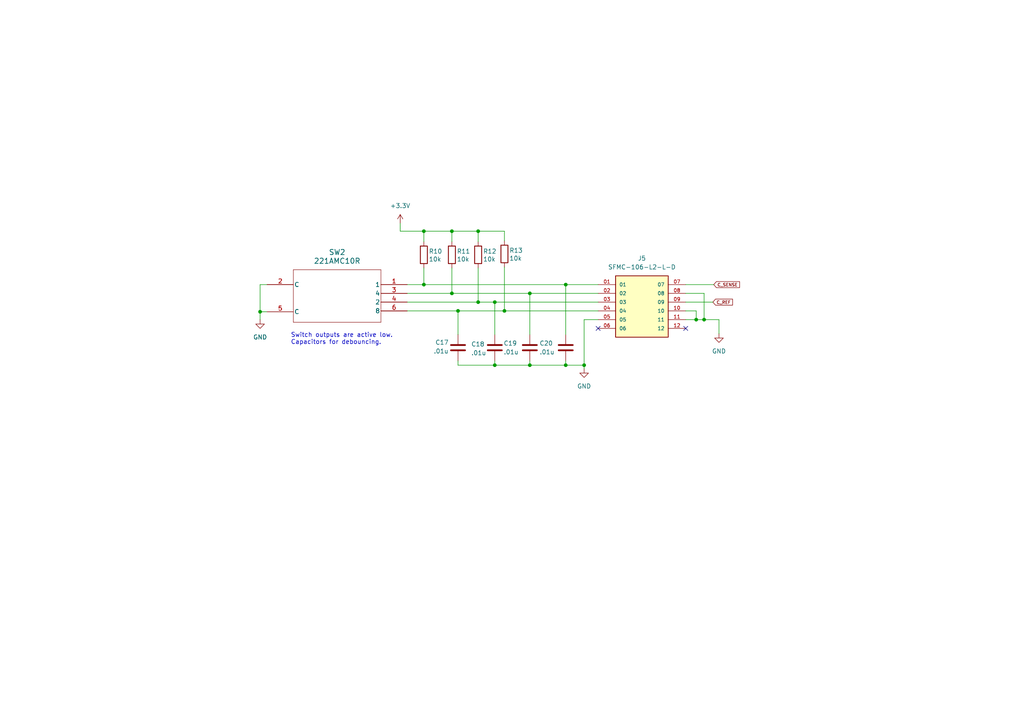
<source format=kicad_sch>
(kicad_sch (version 20230121) (generator eeschema)
  (paper "A4")
  (lib_symbols
    (symbol "2023-06-14_01-00-29:221AMC10R" (pin_names (offset 0.254))
      (property "Reference" "SW1" (at 20.32 10.16 0))
      (property "Value" "221AMC10R" (at 20.32 7.62 0))
      (symbol "221AMC10R_0_1"
        (polyline (pts (xy 7.62 -10.16) (xy 33.02 -10.16)) (stroke (width 0.127)))
        (polyline (pts (xy 7.62 5.08) (xy 7.62 -10.16)) (stroke (width 0.127)))
        (polyline (pts (xy 33.02 -10.16) (xy 33.02 5.08)) (stroke (width 0.127)))
        (polyline (pts (xy 33.02 5.08) (xy 7.62 5.08)) (stroke (width 0.127)))
        (pin unspecified line (at 40.64 0.762 180) (length 7.62) (name "1") (number "1"))
        (pin unspecified line (at 0 0.762 0) (length 7.62) (name "C") (number "2"))
        (pin unspecified line (at 40.64 -1.778 180) (length 7.62) (name "4") (number "3"))
        (pin unspecified line (at 40.64 -4.318 180) (length 7.62) (name "2") (number "4"))
        (pin unspecified line (at 0 -7.112 0) (length 7.62) (name "C") (number "5"))
        (pin unspecified line (at 40.64 -6.858 180) (length 7.62) (name "8") (number "6"))
      )
    )
    (symbol "Device:C" (pin_numbers hide) (pin_names (offset 0.254))
      (property "Reference" "C" (at 0.635 2.54 0))
      (property "Value" "C" (at 0.635 -2.54 0))
      (symbol "C_0_1"
        (polyline (pts (xy -2.032 -0.762) (xy 2.032 -0.762)) (stroke (width 0.508)))
        (polyline (pts (xy -2.032 0.762) (xy 2.032 0.762)) (stroke (width 0.508)))
      )
      (symbol "C_1_1"
        (pin passive line (at 0 3.81 270) (length 2.794) (name "~") (number "1"))
        (pin passive line (at 0 -3.81 90) (length 2.794) (name "~") (number "2"))
      )
    )
    (symbol "Device:R" (pin_numbers hide) (pin_names (offset 0))
      (property "Reference" "R" (at 2.032 0 90))
      (property "Value" "R" (at 0 0 90))
      (symbol "R_0_1"
        (rectangle (start -1.016 -2.54) (end 1.016 2.54) (stroke (width 0.254)))
      )
      (symbol "R_1_1"
        (pin passive line (at 0 3.81 270) (length 1.27) (name "~") (number "1"))
        (pin passive line (at 0 -3.81 90) (length 1.27) (name "~") (number "2"))
      )
    )
    (symbol "SFMC-106-L2-L-D_1" (pin_names (offset 1.016))
      (property "Reference" "J3" (at 0 15.24 0))
      (property "Value" "PMOD C" (at 0 12.7 0))
      (symbol "SFMC-106-L2-L-D_1_0_0"
        (rectangle (start -7.62 10.16) (end 7.62 -7.62) (stroke (width 0.254)) (fill (type background)))
        (pin passive line (at -12.7 7.62 0) (length 5.08) (name "01") (number "01"))
      )
      (symbol "SFMC-106-L2-L-D_1_1_0"
        (pin passive line (at -12.7 5.08 0) (length 5.08) (name "02") (number "02"))
        (pin passive line (at -12.7 2.54 0) (length 5.08) (name "03") (number "03"))
        (pin passive line (at -12.7 0 0) (length 5.08) (name "04") (number "04"))
        (pin passive line (at -12.7 -2.54 0) (length 5.08) (name "05") (number "05"))
        (pin passive line (at -12.7 -5.08 0) (length 5.08) (name "06") (number "06"))
        (pin passive line (at 12.7 7.62 180) (length 5.08) (name "07") (number "07"))
        (pin passive line (at 12.7 5.08 180) (length 5.08) (name "08") (number "08"))
        (pin passive line (at 12.7 2.54 180) (length 5.08) (name "09") (number "09"))
        (pin passive line (at 12.7 0 180) (length 5.08) (name "10") (number "10"))
        (pin passive line (at 12.7 -2.54 180) (length 5.08) (name "11") (number "11"))
        (pin passive line (at 12.7 -5.08 180) (length 5.08) (name "12") (number "12"))
      )
    )
    (symbol "power:+3.3V" (power) (pin_names (offset 0))
      (property "Value" "+3.3V" (at 0 3.556 0))
      (symbol "+3.3V_0_1"
        (polyline (pts (xy -0.762 1.27) (xy 0 2.54)))
        (polyline (pts (xy 0 0) (xy 0 2.54)))
        (polyline (pts (xy 0 2.54) (xy 0.762 1.27)))
      )
      (symbol "+3.3V_1_1"
        (pin power_in line (at 0 0 90) (length 0) hide (name "+3.3V") (number "1"))
      )
    )
    (symbol "power:GND" (power) (pin_names (offset 0))
      (property "Value" "GND" (at 0 -3.81 0))
      (symbol "GND_0_1"
        (polyline (pts (xy 0 0) (xy 0 -1.27) (xy 1.27 -1.27) (xy 0 -2.54) (xy -1.27 -1.27) (xy 0 -1.27)))
      )
      (symbol "GND_1_1"
        (pin power_in line (at 0 0 270) (length 0) hide (name "GND") (number "1"))
      )
    )
  )
  (junction (at 164.084 105.918))
  (junction (at 169.418 105.918))
  (junction (at 131.064 85.09))
  (junction (at 164.084 82.55))
  (junction (at 122.936 82.55))
  (junction (at 143.51 87.63))
  (junction (at 146.304 90.17))
  (junction (at 153.67 85.09))
  (junction (at 201.93 92.71))
  (junction (at 204.216 92.71))
  (junction (at 75.438 90.424))
  (junction (at 138.684 67.056))
  (junction (at 153.67 105.918))
  (junction (at 132.842 90.17))
  (junction (at 122.936 67.056))
  (junction (at 138.684 87.63))
  (junction (at 131.064 67.056))
  (junction (at 143.51 105.918))
  (no_connect (at 198.882 95.25))
  (no_connect (at 173.482 95.25))
  (wire (pts (xy 153.67 85.09) (xy 173.482 85.09)))
  (wire (pts (xy 138.684 77.724) (xy 138.684 87.63)))
  (wire (pts (xy 122.936 67.056) (xy 122.936 70.104)))
  (wire (pts (xy 164.084 104.648) (xy 164.084 105.918)))
  (wire (pts (xy 143.51 104.648) (xy 143.51 105.918)))
  (wire (pts (xy 132.842 90.17) (xy 146.304 90.17)))
  (wire (pts (xy 198.882 87.63) (xy 206.756 87.63)))
  (wire (pts (xy 198.882 90.17) (xy 201.93 90.17)))
  (wire (pts (xy 138.684 67.056) (xy 138.684 70.104)))
  (wire (pts (xy 143.51 87.63) (xy 143.51 97.028)))
  (wire (pts (xy 75.438 82.55) (xy 75.438 90.424)))
  (wire (pts (xy 75.438 90.424) (xy 75.438 92.71)))
  (wire (pts (xy 118.11 90.17) (xy 132.842 90.17)))
  (wire (pts (xy 118.11 82.55) (xy 122.936 82.55)))
  (wire (pts (xy 131.064 85.09) (xy 153.67 85.09)))
  (wire (pts (xy 169.418 92.71) (xy 173.482 92.71)))
  (wire (pts (xy 146.304 77.47) (xy 146.304 90.17)))
  (wire (pts (xy 143.51 105.918) (xy 153.67 105.918)))
  (wire (pts (xy 143.51 87.63) (xy 173.482 87.63)))
  (wire (pts (xy 169.418 105.918) (xy 169.418 92.71)))
  (wire (pts (xy 116.078 67.056) (xy 122.936 67.056)))
  (wire (pts (xy 198.882 82.55) (xy 207.01 82.55)))
  (wire (pts (xy 201.93 92.71) (xy 204.216 92.71)))
  (wire (pts (xy 164.084 105.918) (xy 169.418 105.918)))
  (wire (pts (xy 122.936 67.056) (xy 131.064 67.056)))
  (wire (pts (xy 122.936 77.724) (xy 122.936 82.55)))
  (wire (pts (xy 138.684 87.63) (xy 143.51 87.63)))
  (wire (pts (xy 198.882 85.09) (xy 204.216 85.09)))
  (wire (pts (xy 153.67 85.09) (xy 153.67 97.028)))
  (wire (pts (xy 122.936 82.55) (xy 164.084 82.55)))
  (wire (pts (xy 118.11 85.09) (xy 131.064 85.09)))
  (wire (pts (xy 201.93 90.17) (xy 201.93 92.71)))
  (wire (pts (xy 132.842 90.17) (xy 132.842 97.028)))
  (wire (pts (xy 132.842 104.648) (xy 132.842 105.918)))
  (wire (pts (xy 116.078 64.77) (xy 116.078 67.056)))
  (wire (pts (xy 164.084 82.55) (xy 173.482 82.55)))
  (wire (pts (xy 146.304 90.17) (xy 173.482 90.17)))
  (wire (pts (xy 153.67 104.648) (xy 153.67 105.918)))
  (wire (pts (xy 131.064 67.056) (xy 138.684 67.056)))
  (wire (pts (xy 132.842 105.918) (xy 143.51 105.918)))
  (wire (pts (xy 204.216 92.71) (xy 208.534 92.71)))
  (wire (pts (xy 77.47 82.55) (xy 75.438 82.55)))
  (wire (pts (xy 198.882 92.71) (xy 201.93 92.71)))
  (wire (pts (xy 146.304 67.056) (xy 146.304 69.85)))
  (wire (pts (xy 75.438 90.424) (xy 77.47 90.424)))
  (wire (pts (xy 153.67 105.918) (xy 164.084 105.918)))
  (wire (pts (xy 131.064 77.724) (xy 131.064 85.09)))
  (wire (pts (xy 164.084 82.55) (xy 164.084 97.028)))
  (wire (pts (xy 169.418 106.934) (xy 169.418 105.918)))
  (wire (pts (xy 208.534 92.71) (xy 208.534 96.774)))
  (wire (pts (xy 118.11 87.63) (xy 138.684 87.63)))
  (wire (pts (xy 131.064 70.104) (xy 131.064 67.056)))
  (wire (pts (xy 204.216 85.09) (xy 204.216 92.71)))
  (wire (pts (xy 138.684 67.056) (xy 146.304 67.056)))
  (text "Switch outputs are active low.\nCapacitors for debouncing." (at 84.328 100.076 0) (effects (font (size 1.27 1.27)) (justify left bottom)))
  (global_label "C_SENSE" (shape input) (at 207.01 82.55 0) (effects (font (size 0.889 0.889))) (property "Intersheetrefs" "${INTERSHEET_REFS}" (effects hide)))
  (global_label "C_REF" (shape input) (at 206.756 87.63 0) (effects (font (size 0.889 0.889))) (property "Intersheetrefs" "${INTERSHEET_REFS}" (effects hide)))
  (symbol (lib_id "power:GND") (at 169.418 106.934 0) (unit 1)
    (property "Reference" "#PWR030" (effects hide))
    (property "Value" "GND" (at 169.418 112.014 0))
    (instances (project "FullSchematic_20230813" (path "" (reference "#PWR030") (unit 1))) (project "Senior Design HMI Schematic R2 20230722_MB" (path "" (reference "#PWR031") (unit 1)) (path "" (reference "#PWR016") (unit 1))))
  )
  (symbol (lib_id "power:+3.3V") (at 116.078 64.77 0) (unit 1)
    (property "Reference" "#PWR029" (effects hide))
    (property "Value" "+3.3V" (at 116.078 59.69 0))
  )
  (symbol (lib_name "SFMC-106-L2-L-D_1") (lib_id "SFMC-106-L2-L-D:SFMC-106-L2-L-D") (at 186.182 90.17 0) (unit 1)
    (property "Reference" "J5" (at 186.182 74.93 0))
    (property "Value" "SFMC-106-L2-L-D" (at 186.182 77.47 0))
    (property "STANDARD" "Manufacturer Recommendations" (effects hide))
    (property "PARTREV" "R" (effects hide))
    (property "MANUFACTURER" "Samtec" (effects hide))
    (instances (project "FullSchematic_20230813" (path "" (reference "J5") (unit 1))) (project "Senior Design HMI Schematic R2 20230722_MB" (path "" (reference "J2") (unit 1)) (path "" (reference "J1") (unit 1))))
  )
  (symbol (lib_id "Device:R") (at 122.936 73.914 0) (mirror y) (unit 1)
    (property "Reference" "R10" (at 128.27 72.898 0) (effects (justify left)))
    (property "Value" "10k" (at 128.016 75.184 0) (effects (justify left)))
    (property "Footprint" "Resistor_SMD:R_1206_3216Metric" (effects hide))
    (property "SEL P/N" "255-1002" (effects hide))
    (property "MFG P/N" "CRCW120610K0FKEA" (effects hide))
    (instances (project "FullSchematic_20230813" (path "" (reference "R10") (unit 1))) (project "Senior Design HMI Schematic R2 20230722_MB" (path "" (reference "R30") (unit 1)) (path "" (reference "R6") (unit 1))))
  )
  (symbol (lib_id "power:GND") (at 208.534 96.774 0) (unit 1)
    (property "Reference" "#PWR031" (effects hide))
    (property "Value" "GND" (at 208.534 101.854 0))
    (instances (project "FullSchematic_20230813" (path "" (reference "#PWR031") (unit 1))) (project "Senior Design HMI Schematic R2 20230722_MB" (path "" (reference "#PWR024") (unit 1)) (path "" (reference "#PWR018") (unit 1))))
  )
  (symbol (lib_id "power:GND") (at 75.438 92.71 0) (unit 1)
    (property "Reference" "#PWR028" (effects hide))
    (property "Value" "GND" (at 75.438 97.79 0))
    (instances (project "FullSchematic_20230813" (path "" (reference "#PWR028") (unit 1))) (project "Senior Design HMI Schematic R2 20230722_MB" (path "" (reference "#PWR017") (unit 1)) (path "" (reference "#PWR015") (unit 1))))
  )
  (symbol (lib_id "2023-06-14_01-00-29:221AMC10R") (at 77.47 83.312 0) (unit 1)
    (property "Reference" "SW2" (at 97.79 73.152 0) (effects (font (size 1.524 1.524))))
    (property "Value" "221AMC10R" (at 97.79 75.692 0) (effects (font (size 1.524 1.524))))
    (instances (project "FullSchematic_20230813" (path "" (reference "SW2") (unit 1))) (project "Senior Design HMI Schematic R2 20230722_MB" (path "" (reference "SW1") (unit 1)) (path "" (reference "SW1") (unit 1))))
  )
  (symbol (lib_id "Device:R") (at 131.064 73.914 0) (mirror y) (unit 1)
    (property "Reference" "R11" (at 136.398 72.898 0) (effects (justify left)))
    (property "Value" "10k" (at 136.144 75.184 0) (effects (justify left)))
    (property "Footprint" "Resistor_SMD:R_1206_3216Metric" (effects hide))
    (property "SEL P/N" "255-1002" (effects hide))
    (property "MFG P/N" "CRCW120610K0FKEA" (effects hide))
    (instances (project "FullSchematic_20230813" (path "" (reference "R11") (unit 1))) (project "Senior Design HMI Schematic R2 20230722_MB" (path "" (reference "R30") (unit 1)) (path "" (reference "R6") (unit 1))))
  )
  (symbol (lib_id "Device:C") (at 132.842 100.838 0) (unit 1)
    (property "Reference" "C17" (at 126.238 99.314 0) (effects (justify left)))
    (property "Value" ".01u" (at 125.73 101.854 0) (effects (justify left)))
    (property "Footprint" "Capacitor_SMD:C_0402_1005Metric" (effects hide))
    (property "SEL P/N" "406-0437" (effects hide))
    (property "MFG P/N" "GRM1555C1E103JE01D" (effects hide))
    (instances (project "FullSchematic_20230813" (path "" (reference "C17") (unit 1))) (project "Senior Design HMI Schematic R2 20230722_MB" (path "" (reference "C1") (unit 1)) (path "" (reference "C1") (unit 1))))
  )
  (symbol (lib_id "Device:C") (at 143.51 100.838 0) (unit 1)
    (property "Reference" "C18" (at 136.652 99.822 0) (effects (justify left)))
    (property "Value" ".01u" (at 136.652 102.362 0) (effects (justify left)))
    (property "Footprint" "Capacitor_SMD:C_0402_1005Metric" (effects hide))
    (property "SEL P/N" "406-0437" (effects hide))
    (property "MFG P/N" "GRM1555C1E103JE01D" (effects hide))
    (instances (project "FullSchematic_20230813" (path "" (reference "C18") (unit 1))) (project "Senior Design HMI Schematic R2 20230722_MB" (path "" (reference "C2") (unit 1)) (path "" (reference "C2") (unit 1))))
  )
  (symbol (lib_id "Device:R") (at 138.684 73.914 0) (mirror y) (unit 1)
    (property "Reference" "R12" (at 144.018 72.898 0) (effects (justify left)))
    (property "Value" "10k" (at 143.764 75.184 0) (effects (justify left)))
    (property "Footprint" "Resistor_SMD:R_1206_3216Metric" (effects hide))
    (property "SEL P/N" "255-1002" (effects hide))
    (property "MFG P/N" "CRCW120610K0FKEA" (effects hide))
    (instances (project "FullSchematic_20230813" (path "" (reference "R12") (unit 1))) (project "Senior Design HMI Schematic R2 20230722_MB" (path "" (reference "R30") (unit 1)) (path "" (reference "R6") (unit 1))))
  )
  (symbol (lib_id "Device:C") (at 164.084 100.838 0) (unit 1)
    (property "Reference" "C20" (at 156.464 99.568 0) (effects (justify left)))
    (property "Value" ".01u" (at 156.464 102.108 0) (effects (justify left)))
    (property "Footprint" "Capacitor_SMD:C_0402_1005Metric" (effects hide))
    (property "SEL P/N" "406-0437" (effects hide))
    (property "MFG P/N" "GRM1555C1E103JE01D" (effects hide))
    (instances (project "FullSchematic_20230813" (path "" (reference "C20") (unit 1))) (project "Senior Design HMI Schematic R2 20230722_MB" (path "" (reference "C4") (unit 1)) (path "" (reference "C4") (unit 1))))
  )
  (symbol (lib_id "Device:C") (at 153.67 100.838 0) (unit 1)
    (property "Reference" "C19" (at 146.05 99.568 0) (effects (justify left)))
    (property "Value" ".01u" (at 146.05 102.108 0) (effects (justify left)))
    (property "Footprint" "Capacitor_SMD:C_0402_1005Metric" (effects hide))
    (property "SEL P/N" "406-0437" (effects hide))
    (property "MFG P/N" "GRM1555C1E103JE01D" (effects hide))
    (instances (project "FullSchematic_20230813" (path "" (reference "C19") (unit 1))) (project "Senior Design HMI Schematic R2 20230722_MB" (path "" (reference "C3") (unit 1)) (path "" (reference "C3") (unit 1))))
  )
  (symbol (lib_id "Device:R") (at 146.304 73.66 0) (mirror y) (unit 1)
    (property "Reference" "R13" (at 151.638 72.644 0) (effects (justify left)))
    (property "Value" "10k" (at 151.384 74.93 0) (effects (justify left)))
    (property "Footprint" "Resistor_SMD:R_1206_3216Metric" (effects hide))
    (property "SEL P/N" "255-1002" (effects hide))
    (property "MFG P/N" "CRCW120610K0FKEA" (effects hide))
    (instances (project "FullSchematic_20230813" (path "" (reference "R13") (unit 1))) (project "Senior Design HMI Schematic R2 20230722_MB" (path "" (reference "R30") (unit 1)) (path "" (reference "R6") (unit 1))))
  )
)
</source>
